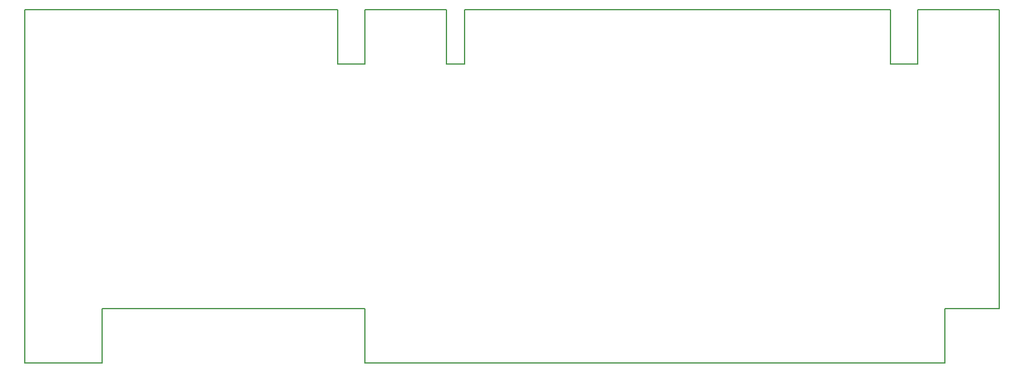
<source format=gm1>
G04*
G04  File:            NEMOBUSTODIVIDE-V1.2.GM1, Thu Sep 18 12:30:47 2025*
G04  Source:          P-CAD 2006 PCB, Version 19.02.958, (D:\PCAD-2006\Projects\Pentagon-4096\Hardware\NemoBusToDivIDE-v1.2.PCB)*
G04  Format:          Gerber Format (RS-274-D), ASCII*
G04*
G04  Format Options:  Absolute Positioning*
G04                   Leading-Zero Suppression*
G04                   Scale Factor 1:1*
G04                   NO Circular Interpolation*
G04                   Inch Units*
G04                   Numeric Format: 4.4 (XXXX.XXXX)*
G04                   G54 NOT Used for Aperture Change*
G04                   Apertures Embedded*
G04*
G04  File Options:    Offset = (0.0mil,0.0mil)*
G04                   Drill Symbol Size = 80.0mil*
G04                   No Pad/Via Holes*
G04*
G04  File Contents:   No Pads*
G04                   No Vias*
G04                   No Designators*
G04                   No Types*
G04                   No Values*
G04                   No Drill Symbols*
G04                   Board*
G04*
%INNEMOBUSTODIVIDE-V1.2.GM1*%
%ICAS*%
%MOIN*%
G04*
G04  Aperture MACROs for general use --- invoked via D-code assignment *
G04*
G04  General MACRO for flashed round with rotation and/or offset hole *
%AMROTOFFROUND*
1,1,$1,0.0000,0.0000*
1,0,$2,$3,$4*%
G04*
G04  General MACRO for flashed oval (obround) with rotation and/or offset hole *
%AMROTOFFOVAL*
21,1,$1,$2,0.0000,0.0000,$3*
1,1,$4,$5,$6*
1,1,$4,0-$5,0-$6*
1,0,$7,$8,$9*%
G04*
G04  General MACRO for flashed oval (obround) with rotation and no hole *
%AMROTOVALNOHOLE*
21,1,$1,$2,0.0000,0.0000,$3*
1,1,$4,$5,$6*
1,1,$4,0-$5,0-$6*%
G04*
G04  General MACRO for flashed rectangle with rotation and/or offset hole *
%AMROTOFFRECT*
21,1,$1,$2,0.0000,0.0000,$3*
1,0,$4,$5,$6*%
G04*
G04  General MACRO for flashed rectangle with rotation and no hole *
%AMROTRECTNOHOLE*
21,1,$1,$2,0.0000,0.0000,$3*%
G04*
G04  General MACRO for flashed rounded-rectangle *
%AMROUNDRECT*
21,1,$1,$2-$4,0.0000,0.0000,$3*
21,1,$1-$4,$2,0.0000,0.0000,$3*
1,1,$4,$5,$6*
1,1,$4,$7,$8*
1,1,$4,0-$5,0-$6*
1,1,$4,0-$7,0-$8*
1,0,$9,$10,$11*%
G04*
G04  General MACRO for flashed rounded-rectangle with rotation and no hole *
%AMROUNDRECTNOHOLE*
21,1,$1,$2-$4,0.0000,0.0000,$3*
21,1,$1-$4,$2,0.0000,0.0000,$3*
1,1,$4,$5,$6*
1,1,$4,$7,$8*
1,1,$4,0-$5,0-$6*
1,1,$4,0-$7,0-$8*%
G04*
G04  General MACRO for flashed regular polygon *
%AMREGPOLY*
5,1,$1,0.0000,0.0000,$2,$3+$4*
1,0,$5,$6,$7*%
G04*
G04  General MACRO for flashed regular polygon with no hole *
%AMREGPOLYNOHOLE*
5,1,$1,0.0000,0.0000,$2,$3+$4*%
G04*
G04  General MACRO for target *
%AMTARGET*
6,0,0,$1,$2,$3,4,$4,$5,$6*%
G04*
G04  General MACRO for mounting hole *
%AMMTHOLE*
1,1,$1,0,0*
1,0,$2,0,0*
$1=$1-$2*
$1=$1/2*
21,1,$2+$1,$3,0,0,$4*
21,1,$3,$2+$1,0,0,$4*%
G04*
G04*
G04  D10 : "Ellipse X10.0mil Y10.0mil H0.0mil 0.0deg (0.0mil,0.0mil) Draw"*
G04  Disc: OuterDia=0.0100*
%ADD10C, 0.0100*%
G04  D11 : "Ellipse X30.7mil Y30.7mil H0.0mil 0.0deg (0.0mil,0.0mil) Draw"*
G04  Disc: OuterDia=0.0307*
%ADD11C, 0.0307*%
G04  D12 : "Ellipse X40.0mil Y40.0mil H0.0mil 0.0deg (0.0mil,0.0mil) Draw"*
G04  Disc: OuterDia=0.0400*
%ADD12C, 0.0400*%
G04  D13 : "Ellipse X5.0mil Y5.0mil H0.0mil 0.0deg (0.0mil,0.0mil) Draw"*
G04  Disc: OuterDia=0.0050*
%ADD13C, 0.0050*%
G04  D14 : "Ellipse X6.0mil Y6.0mil H0.0mil 0.0deg (0.0mil,0.0mil) Draw"*
G04  Disc: OuterDia=0.0060*
%ADD14C, 0.0060*%
G04  D15 : "Ellipse X7.0mil Y7.0mil H0.0mil 0.0deg (0.0mil,0.0mil) Draw"*
G04  Disc: OuterDia=0.0070*
%ADD15C, 0.0070*%
G04  D16 : "Ellipse X9.8mil Y9.8mil H0.0mil 0.0deg (0.0mil,0.0mil) Draw"*
G04  Disc: OuterDia=0.0098*
%ADD16C, 0.0098*%
G04  D17 : "Ellipse X133.0mil Y133.0mil H0.0mil 0.0deg (0.0mil,0.0mil) Flash"*
G04  Disc: OuterDia=0.1330*
%ADD17C, 0.1330*%
G04  D18 : "Ellipse X50.0mil Y50.0mil H0.0mil 0.0deg (0.0mil,0.0mil) Flash"*
G04  Disc: OuterDia=0.0500*
%ADD18C, 0.0500*%
G04  D19 : "Ellipse X65.0mil Y65.0mil H0.0mil 0.0deg (0.0mil,0.0mil) Flash"*
G04  Disc: OuterDia=0.0650*
%ADD19C, 0.0650*%
G04  D20 : "Mounting Hole X118.0mil Y118.0mil H0.0mil 0.0deg (0.0mil,0.0mil) Flash"*
G04  Mounting Hole: Diameter=0.1180, Rotation=0.0, LineWidth=0.0050 *
%ADD20MTHOLE, 0.1180 X0.0980 X0.0050 X0.0*%
G04  D21 : "Rounded Rectangle X61.5mil Y275.6mil H0.0mil 0.0deg (0.0mil,0.0mil) Flash"*
G04  RoundRct: DimX=0.0615, DimY=0.2756, CornerRad=0.0154, Rotation=0.0, OffsetX=0.0000, OffsetY=0.0000, HoleDia=0.0000 *
%ADD21ROUNDRECTNOHOLE, 0.0615 X0.2756 X0.0 X0.0308 X-0.0154 X-0.1224 X-0.0154 X0.1224*%
G04  D22 : "Rounded Rectangle X76.5mil Y290.6mil H0.0mil 0.0deg (0.0mil,0.0mil) Flash"*
G04  RoundRct: DimX=0.0765, DimY=0.2906, CornerRad=0.0191, Rotation=0.0, OffsetX=0.0000, OffsetY=0.0000, HoleDia=0.0000 *
%ADD22ROUNDRECTNOHOLE, 0.0765 X0.2906 X0.0 X0.0382 X-0.0191 X-0.1262 X-0.0191 X0.1262*%
G04  D23 : "Rectangle X50.0mil Y50.0mil H0.0mil 0.0deg (0.0mil,0.0mil) Flash"*
G04  Square: Side=0.0500, Rotation=0.0, OffsetX=0.0000, OffsetY=0.0000, HoleDia=0.0000*
%ADD23R, 0.0500 X0.0500*%
G04  D24 : "Rectangle X65.0mil Y65.0mil H0.0mil 0.0deg (0.0mil,0.0mil) Flash"*
G04  Square: Side=0.0650, Rotation=0.0, OffsetX=0.0000, OffsetY=0.0000, HoleDia=0.0000*
%ADD24R, 0.0650 X0.0650*%
G04  D25 : "Ellipse X30.0mil Y30.0mil H0.0mil 0.0deg (0.0mil,0.0mil) Flash"*
G04  Disc: OuterDia=0.0300*
%ADD25C, 0.0300*%
G04  D26 : "Ellipse X45.0mil Y45.0mil H0.0mil 0.0deg (0.0mil,0.0mil) Flash"*
G04  Disc: OuterDia=0.0450*
%ADD26C, 0.0450*%
G04*
%FSLAX44Y44*%
%SFA1B1*%
%OFA0.0000B0.0000*%
G04*
G70*
G90*
G01*
D2*
%LNBoard*%
%LPD*%
D13*
X55500Y53500*
Y56500D1*
X51000*
Y53500*
X49500*
Y56500*
X32250*
Y37000*
X36500*
Y40000*
X51000*
Y37000*
X83000*
Y40000*
X84500*
X86000*
Y56500*
X81500*
Y53500*
X80000*
Y56500*
X56500*
Y53500*
X55500*
D02M02*

</source>
